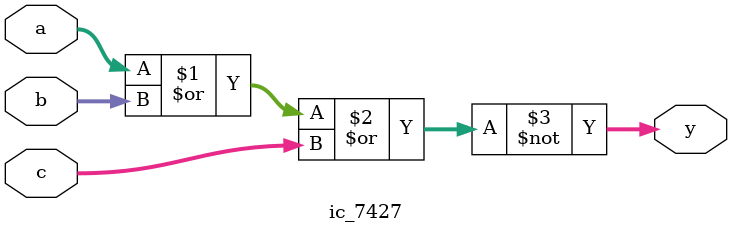
<source format=v>
`timescale 1ns / 1ps


module ic_7427(
    input [2:0] a,
    input [2:0] b,
    input [2:0] c,
    output [2:0] y
    );
    
    assign y = ~ (a | b | c);
    
endmodule

</source>
